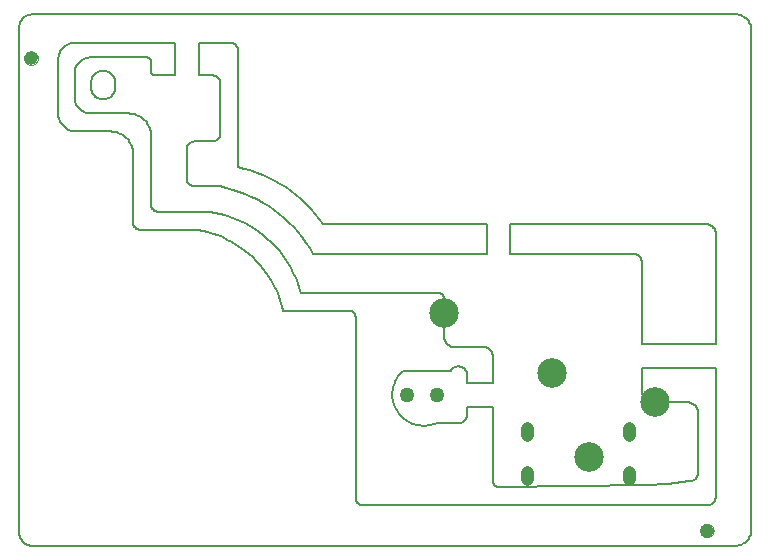
<source format=gbs>
G75*
G70*
%OFA0B0*%
%FSLAX24Y24*%
%IPPOS*%
%LPD*%
%AMOC8*
5,1,8,0,0,1.08239X$1,22.5*
%
%ADD10C,0.0050*%
%ADD11C,0.0004*%
%ADD12C,0.0433*%
%ADD13C,0.0500*%
%ADD14C,0.0984*%
%ADD15C,0.0000*%
%ADD16C,0.0454*%
D10*
X000929Y000534D02*
X024328Y000534D01*
X024327Y000533D02*
X024374Y000530D01*
X024420Y000531D01*
X024466Y000536D01*
X024512Y000544D01*
X024556Y000557D01*
X024600Y000573D01*
X024642Y000592D01*
X024682Y000615D01*
X024720Y000641D01*
X024756Y000671D01*
X024790Y000703D01*
X024821Y000737D01*
X024848Y000775D01*
X024873Y000814D01*
X024894Y000855D01*
X024912Y000898D01*
X024926Y000942D01*
X024936Y000987D01*
X024943Y001033D01*
X024943Y001034D02*
X024943Y017752D01*
X024943Y017753D02*
X024936Y017798D01*
X024926Y017844D01*
X024911Y017888D01*
X024894Y017930D01*
X024872Y017971D01*
X024848Y018011D01*
X024820Y018048D01*
X024789Y018082D01*
X024756Y018114D01*
X024720Y018143D01*
X024682Y018170D01*
X024641Y018192D01*
X024599Y018212D01*
X024556Y018228D01*
X024511Y018240D01*
X024466Y018248D01*
X024420Y018253D01*
X024374Y018254D01*
X024327Y018251D01*
X024328Y018250D02*
X000929Y018250D01*
X000930Y018250D02*
X000889Y018243D01*
X000849Y018233D01*
X000809Y018219D01*
X000772Y018201D01*
X000736Y018180D01*
X000702Y018156D01*
X000671Y018129D01*
X000642Y018099D01*
X000616Y018066D01*
X000593Y018032D01*
X000574Y017995D01*
X000558Y017956D01*
X000546Y017917D01*
X000537Y017876D01*
X000532Y017835D01*
X000531Y017793D01*
X000534Y017752D01*
X000534Y001034D01*
X000531Y000993D01*
X000532Y000951D01*
X000537Y000910D01*
X000545Y000869D01*
X000558Y000829D01*
X000574Y000791D01*
X000593Y000754D01*
X000616Y000719D01*
X000642Y000686D01*
X000670Y000656D01*
X000702Y000629D01*
X000736Y000604D01*
X000772Y000583D01*
X000809Y000565D01*
X000848Y000551D01*
X000889Y000541D01*
X000930Y000534D01*
X009337Y008375D02*
X009294Y008543D01*
X009242Y008708D01*
X009183Y008870D01*
X009115Y009030D01*
X009040Y009186D01*
X008957Y009338D01*
X008867Y009486D01*
X008770Y009629D01*
X008666Y009767D01*
X008556Y009900D01*
X008439Y010028D01*
X008316Y010150D01*
X008187Y010266D01*
X008053Y010375D01*
X007913Y010477D01*
X007769Y010573D01*
X007620Y010662D01*
X007467Y010743D01*
X007311Y010816D01*
X007151Y010882D01*
X006987Y010940D01*
X006822Y010990D01*
X006654Y011032D01*
X006484Y011066D01*
X006484Y011065D02*
X004578Y011065D01*
X004548Y011067D01*
X004518Y011072D01*
X004489Y011081D01*
X004462Y011094D01*
X004436Y011109D01*
X004412Y011128D01*
X004391Y011149D01*
X004372Y011173D01*
X004357Y011199D01*
X004344Y011226D01*
X004335Y011255D01*
X004330Y011285D01*
X004328Y011315D01*
X004328Y013595D01*
X004326Y013649D01*
X004320Y013702D01*
X004311Y013754D01*
X004298Y013806D01*
X004281Y013857D01*
X004260Y013907D01*
X004236Y013954D01*
X004209Y014000D01*
X004178Y014044D01*
X004145Y014086D01*
X004108Y014125D01*
X004069Y014162D01*
X004027Y014195D01*
X003983Y014226D01*
X003937Y014253D01*
X003890Y014277D01*
X003840Y014298D01*
X003789Y014315D01*
X003737Y014328D01*
X003685Y014337D01*
X003632Y014343D01*
X003578Y014345D01*
X002387Y014345D01*
X002341Y014350D01*
X002296Y014359D01*
X002251Y014371D01*
X002207Y014386D01*
X002165Y014405D01*
X002124Y014428D01*
X002085Y014453D01*
X002048Y014481D01*
X002014Y014512D01*
X001982Y014546D01*
X001953Y014582D01*
X001927Y014621D01*
X001903Y014661D01*
X001884Y014703D01*
X001867Y014746D01*
X001854Y014791D01*
X001844Y014836D01*
X001838Y014882D01*
X001836Y014928D01*
X001837Y014975D01*
X001837Y016756D01*
X001839Y016801D01*
X001845Y016847D01*
X001854Y016891D01*
X001867Y016935D01*
X001883Y016977D01*
X001903Y017018D01*
X001927Y017057D01*
X001953Y017094D01*
X001982Y017129D01*
X002014Y017161D01*
X002049Y017190D01*
X002086Y017216D01*
X002125Y017240D01*
X002166Y017260D01*
X002208Y017276D01*
X002252Y017289D01*
X002296Y017298D01*
X002342Y017304D01*
X002387Y017306D01*
X005733Y017306D01*
X005733Y016215D01*
X005078Y016215D01*
X005055Y016217D01*
X005032Y016222D01*
X005010Y016231D01*
X004990Y016244D01*
X004972Y016259D01*
X004957Y016277D01*
X004944Y016297D01*
X004935Y016319D01*
X004930Y016342D01*
X004928Y016365D01*
X004928Y016665D01*
X004926Y016688D01*
X004921Y016711D01*
X004912Y016733D01*
X004899Y016753D01*
X004884Y016771D01*
X004866Y016786D01*
X004846Y016799D01*
X004824Y016808D01*
X004801Y016813D01*
X004778Y016815D01*
X002928Y016815D01*
X002883Y016813D01*
X002837Y016807D01*
X002793Y016798D01*
X002749Y016785D01*
X002707Y016769D01*
X002666Y016749D01*
X002627Y016725D01*
X002590Y016699D01*
X002555Y016670D01*
X002523Y016638D01*
X002494Y016603D01*
X002468Y016566D01*
X002444Y016527D01*
X002424Y016486D01*
X002408Y016444D01*
X002395Y016400D01*
X002386Y016356D01*
X002380Y016310D01*
X002378Y016265D01*
X002378Y015495D01*
X002380Y015450D01*
X002386Y015404D01*
X002395Y015360D01*
X002408Y015316D01*
X002424Y015274D01*
X002444Y015233D01*
X002468Y015194D01*
X002494Y015157D01*
X002523Y015122D01*
X002555Y015090D01*
X002590Y015061D01*
X002627Y015035D01*
X002666Y015011D01*
X002707Y014991D01*
X002749Y014975D01*
X002793Y014962D01*
X002837Y014953D01*
X002883Y014947D01*
X002928Y014945D01*
X004178Y014945D01*
X004232Y014943D01*
X004285Y014937D01*
X004337Y014928D01*
X004389Y014915D01*
X004440Y014898D01*
X004490Y014877D01*
X004537Y014853D01*
X004583Y014826D01*
X004627Y014795D01*
X004669Y014762D01*
X004708Y014725D01*
X004745Y014686D01*
X004778Y014644D01*
X004809Y014600D01*
X004836Y014554D01*
X004860Y014507D01*
X004881Y014457D01*
X004898Y014406D01*
X004911Y014354D01*
X004920Y014302D01*
X004926Y014249D01*
X004928Y014195D01*
X004928Y011915D01*
X004930Y011885D01*
X004935Y011855D01*
X004944Y011826D01*
X004957Y011799D01*
X004972Y011773D01*
X004991Y011749D01*
X005012Y011728D01*
X005036Y011709D01*
X005062Y011694D01*
X005089Y011681D01*
X005118Y011672D01*
X005148Y011667D01*
X005178Y011665D01*
X006878Y011665D01*
X007228Y012515D02*
X006378Y012515D01*
X006348Y012517D01*
X006318Y012522D01*
X006289Y012531D01*
X006262Y012544D01*
X006236Y012559D01*
X006212Y012578D01*
X006191Y012599D01*
X006172Y012623D01*
X006157Y012649D01*
X006144Y012676D01*
X006135Y012705D01*
X006130Y012735D01*
X006128Y012765D01*
X006128Y013765D01*
X006130Y013795D01*
X006135Y013825D01*
X006144Y013854D01*
X006157Y013881D01*
X006172Y013907D01*
X006191Y013931D01*
X006212Y013952D01*
X006236Y013971D01*
X006262Y013986D01*
X006289Y013999D01*
X006318Y014008D01*
X006348Y014013D01*
X006378Y014015D01*
X006978Y014015D01*
X007008Y014017D01*
X007038Y014022D01*
X007067Y014031D01*
X007094Y014044D01*
X007120Y014059D01*
X007144Y014078D01*
X007165Y014099D01*
X007184Y014123D01*
X007199Y014149D01*
X007212Y014176D01*
X007221Y014205D01*
X007226Y014235D01*
X007228Y014265D01*
X007228Y014604D01*
X007228Y014614D02*
X007228Y015648D01*
X007228Y015628D02*
X007228Y015965D01*
X007226Y015995D01*
X007221Y016025D01*
X007212Y016054D01*
X007199Y016081D01*
X007184Y016107D01*
X007165Y016131D01*
X007144Y016152D01*
X007120Y016171D01*
X007094Y016186D01*
X007067Y016199D01*
X007038Y016208D01*
X007008Y016213D01*
X006978Y016215D01*
X006521Y016215D01*
X006521Y017306D01*
X007568Y017306D01*
X007569Y017306D02*
X007599Y017304D01*
X007628Y017299D01*
X007657Y017291D01*
X007684Y017279D01*
X007710Y017263D01*
X007734Y017245D01*
X007755Y017224D01*
X007774Y017201D01*
X007790Y017175D01*
X007802Y017148D01*
X007811Y017119D01*
X007817Y017090D01*
X007819Y017060D01*
X007818Y017060D02*
X007818Y013156D01*
X010657Y011256D02*
X016120Y011256D01*
X016120Y010259D01*
X010328Y010259D01*
X009928Y008965D02*
X014478Y008965D01*
X014506Y008964D01*
X014533Y008960D01*
X014560Y008953D01*
X014585Y008942D01*
X014609Y008928D01*
X014630Y008911D01*
X014650Y008891D01*
X014666Y008869D01*
X014680Y008845D01*
X014690Y008819D01*
X014697Y008792D01*
X014700Y008765D01*
X014699Y008765D02*
X014699Y007521D01*
X014698Y007485D01*
X014701Y007450D01*
X014708Y007415D01*
X014718Y007381D01*
X014732Y007348D01*
X014749Y007316D01*
X014770Y007287D01*
X014793Y007260D01*
X014819Y007236D01*
X014847Y007214D01*
X014878Y007195D01*
X014910Y007180D01*
X014944Y007169D01*
X014979Y007160D01*
X015014Y007156D01*
X016009Y007156D01*
X016010Y007156D02*
X016042Y007155D01*
X016074Y007152D01*
X016106Y007144D01*
X016137Y007133D01*
X016166Y007119D01*
X016193Y007101D01*
X016219Y007081D01*
X016242Y007058D01*
X016262Y007032D01*
X016279Y007005D01*
X016293Y006975D01*
X016303Y006944D01*
X016310Y006913D01*
X016314Y006880D01*
X016314Y006881D02*
X016314Y005956D01*
X015468Y005956D01*
X015468Y006220D01*
X015466Y006253D01*
X015460Y006286D01*
X015450Y006318D01*
X015437Y006349D01*
X015421Y006378D01*
X015401Y006406D01*
X015378Y006430D01*
X015353Y006452D01*
X015325Y006471D01*
X015296Y006487D01*
X015264Y006499D01*
X015232Y006508D01*
X015199Y006513D01*
X015165Y006514D01*
X015132Y006511D01*
X015099Y006505D01*
X015067Y006495D01*
X015036Y006481D01*
X015007Y006464D01*
X014980Y006444D01*
X014956Y006421D01*
X014935Y006395D01*
X014916Y006367D01*
X014917Y006367D02*
X013342Y006367D01*
X013341Y006367D02*
X013294Y006325D01*
X013249Y006280D01*
X013208Y006232D01*
X013169Y006182D01*
X013133Y006129D01*
X013101Y006075D01*
X013072Y006018D01*
X013046Y005960D01*
X013024Y005901D01*
X013006Y005840D01*
X012991Y005778D01*
X012981Y005715D01*
X012974Y005652D01*
X012971Y005589D01*
X012972Y005525D01*
X012977Y005462D01*
X012986Y005399D01*
X012998Y005337D01*
X013015Y005276D01*
X013035Y005216D01*
X013058Y005157D01*
X013086Y005099D01*
X013116Y005044D01*
X013150Y004990D01*
X013188Y004939D01*
X013228Y004890D01*
X013271Y004844D01*
X013317Y004800D01*
X013366Y004759D01*
X013417Y004721D01*
X013470Y004687D01*
X013526Y004656D01*
X013583Y004628D01*
X013641Y004604D01*
X013701Y004583D01*
X013763Y004566D01*
X013825Y004553D01*
X013887Y004544D01*
X013951Y004539D01*
X014014Y004537D01*
X014078Y004539D01*
X014141Y004546D01*
X014203Y004556D01*
X014265Y004570D01*
X014326Y004587D01*
X014386Y004609D01*
X014444Y004634D01*
X015153Y004634D01*
X015186Y004633D01*
X015218Y004636D01*
X015250Y004642D01*
X015281Y004652D01*
X015311Y004665D01*
X015339Y004682D01*
X015365Y004701D01*
X015389Y004724D01*
X015410Y004749D01*
X015428Y004776D01*
X015443Y004805D01*
X015455Y004835D01*
X015463Y004867D01*
X015468Y004899D01*
X015468Y005167D01*
X016314Y005167D01*
X016314Y002729D01*
X016316Y002699D01*
X016321Y002669D01*
X016330Y002640D01*
X016343Y002613D01*
X016358Y002587D01*
X016377Y002563D01*
X016398Y002542D01*
X016422Y002523D01*
X016448Y002508D01*
X016475Y002495D01*
X016504Y002486D01*
X016534Y002481D01*
X016564Y002479D01*
X021424Y002565D01*
X022873Y002683D02*
X022906Y002685D01*
X022938Y002690D01*
X022970Y002699D01*
X023001Y002712D01*
X023029Y002728D01*
X023056Y002747D01*
X023081Y002769D01*
X023103Y002794D01*
X023122Y002821D01*
X023138Y002849D01*
X023151Y002880D01*
X023160Y002912D01*
X023165Y002944D01*
X023167Y002977D01*
X023167Y004915D01*
X023167Y004916D02*
X023168Y004952D01*
X023166Y004988D01*
X023160Y005024D01*
X023150Y005059D01*
X023137Y005094D01*
X023121Y005126D01*
X023102Y005157D01*
X023080Y005186D01*
X023055Y005213D01*
X023028Y005237D01*
X022998Y005258D01*
X022967Y005276D01*
X022933Y005291D01*
X022899Y005303D01*
X022863Y005311D01*
X022827Y005316D01*
X022828Y005315D02*
X021728Y005315D01*
X021689Y005314D01*
X021649Y005317D01*
X021611Y005324D01*
X021573Y005334D01*
X021536Y005348D01*
X021500Y005365D01*
X021467Y005386D01*
X021435Y005409D01*
X021406Y005435D01*
X021379Y005464D01*
X021355Y005495D01*
X021333Y005528D01*
X021315Y005563D01*
X021301Y005600D01*
X021290Y005637D01*
X021282Y005676D01*
X021278Y005715D01*
X021278Y006464D01*
X023758Y006464D01*
X023758Y002186D01*
X023756Y002153D01*
X023751Y002120D01*
X023742Y002088D01*
X023730Y002058D01*
X023714Y002028D01*
X023695Y002001D01*
X023673Y001976D01*
X023648Y001954D01*
X023621Y001935D01*
X023592Y001918D01*
X023562Y001905D01*
X023530Y001896D01*
X023497Y001890D01*
X023464Y001888D01*
X011983Y001888D01*
X011984Y001888D02*
X011954Y001891D01*
X011925Y001897D01*
X011897Y001907D01*
X011871Y001920D01*
X011846Y001936D01*
X011823Y001955D01*
X011803Y001977D01*
X011786Y002001D01*
X011771Y002027D01*
X011760Y002054D01*
X011752Y002083D01*
X011748Y002112D01*
X011747Y002141D01*
X011747Y002142D02*
X011747Y008175D01*
X011744Y008202D01*
X011737Y008229D01*
X011727Y008255D01*
X011713Y008279D01*
X011697Y008301D01*
X011677Y008321D01*
X011656Y008338D01*
X011632Y008352D01*
X011607Y008363D01*
X011580Y008370D01*
X011553Y008374D01*
X011525Y008375D01*
X009337Y008375D01*
X010657Y011256D02*
X010530Y011434D01*
X010394Y011605D01*
X010250Y011770D01*
X010099Y011928D01*
X009940Y012078D01*
X009774Y012221D01*
X009601Y012356D01*
X009422Y012482D01*
X009238Y012599D01*
X009047Y012707D01*
X008852Y012806D01*
X008653Y012896D01*
X008449Y012976D01*
X008242Y013046D01*
X008031Y013106D01*
X007818Y013156D01*
X003728Y015815D02*
X003728Y015965D01*
X003726Y016004D01*
X003720Y016043D01*
X003711Y016081D01*
X003698Y016118D01*
X003681Y016154D01*
X003661Y016187D01*
X003637Y016219D01*
X003611Y016248D01*
X003582Y016274D01*
X003550Y016298D01*
X003517Y016318D01*
X003481Y016335D01*
X003444Y016348D01*
X003406Y016357D01*
X003367Y016363D01*
X003328Y016365D01*
X003289Y016363D01*
X003250Y016357D01*
X003212Y016348D01*
X003175Y016335D01*
X003139Y016318D01*
X003106Y016298D01*
X003074Y016274D01*
X003045Y016248D01*
X003019Y016219D01*
X002995Y016187D01*
X002975Y016154D01*
X002958Y016118D01*
X002945Y016081D01*
X002936Y016043D01*
X002930Y016004D01*
X002928Y015965D01*
X002928Y015815D01*
X002930Y015776D01*
X002936Y015737D01*
X002945Y015699D01*
X002958Y015662D01*
X002975Y015626D01*
X002995Y015593D01*
X003019Y015561D01*
X003045Y015532D01*
X003074Y015506D01*
X003106Y015482D01*
X003139Y015462D01*
X003175Y015445D01*
X003212Y015432D01*
X003250Y015423D01*
X003289Y015417D01*
X003328Y015415D01*
X003367Y015417D01*
X003406Y015423D01*
X003444Y015432D01*
X003481Y015445D01*
X003517Y015462D01*
X003550Y015482D01*
X003582Y015506D01*
X003611Y015532D01*
X003637Y015561D01*
X003661Y015593D01*
X003681Y015626D01*
X003698Y015662D01*
X003711Y015699D01*
X003720Y015737D01*
X003726Y015776D01*
X003728Y015815D01*
X007228Y012515D02*
X007443Y012468D01*
X007655Y012410D01*
X007864Y012342D01*
X008070Y012264D01*
X008271Y012176D01*
X008469Y012079D01*
X008661Y011972D01*
X008847Y011856D01*
X009028Y011730D01*
X009203Y011597D01*
X009371Y011455D01*
X009532Y011305D01*
X009685Y011147D01*
X009831Y010983D01*
X009968Y010811D01*
X010097Y010633D01*
X010217Y010449D01*
X010328Y010259D01*
X009928Y008965D02*
X009877Y009137D01*
X009818Y009307D01*
X009751Y009474D01*
X009675Y009637D01*
X009592Y009797D01*
X009501Y009952D01*
X009403Y010102D01*
X009298Y010248D01*
X009185Y010388D01*
X009066Y010523D01*
X008941Y010652D01*
X008809Y010774D01*
X008671Y010890D01*
X008528Y010999D01*
X008380Y011101D01*
X008227Y011195D01*
X008070Y011282D01*
X007909Y011362D01*
X007744Y011433D01*
X007576Y011496D01*
X007404Y011551D01*
X007231Y011598D01*
X007055Y011636D01*
X006878Y011665D01*
X016908Y011256D02*
X016908Y010259D01*
X021028Y010259D01*
X021058Y010258D01*
X021087Y010253D01*
X021116Y010244D01*
X021143Y010232D01*
X021169Y010217D01*
X021192Y010199D01*
X021214Y010178D01*
X021232Y010155D01*
X021248Y010130D01*
X021261Y010103D01*
X021270Y010074D01*
X021276Y010045D01*
X021278Y010015D01*
X021278Y007252D01*
X023758Y007252D01*
X023758Y010915D01*
X023757Y010916D02*
X023756Y010951D01*
X023751Y010985D01*
X023742Y011019D01*
X023730Y011052D01*
X023715Y011084D01*
X023696Y011114D01*
X023674Y011141D01*
X023650Y011166D01*
X023623Y011189D01*
X023594Y011208D01*
X023563Y011225D01*
X023531Y011238D01*
X023497Y011248D01*
X023462Y011254D01*
X023427Y011256D01*
X023428Y011256D02*
X016908Y011256D01*
X021424Y002565D02*
X022150Y002608D01*
X022873Y002683D01*
D11*
X020956Y002742D02*
X020956Y002986D01*
X020955Y002986D02*
X020953Y003006D01*
X020948Y003025D01*
X020939Y003043D01*
X020927Y003059D01*
X020912Y003072D01*
X020895Y003083D01*
X020877Y003090D01*
X020857Y003094D01*
X020837Y003094D01*
X020817Y003090D01*
X020799Y003083D01*
X020782Y003072D01*
X020767Y003059D01*
X020755Y003043D01*
X020746Y003025D01*
X020741Y003006D01*
X020739Y002986D01*
X020739Y002742D01*
X020741Y002722D01*
X020746Y002703D01*
X020755Y002685D01*
X020767Y002669D01*
X020782Y002656D01*
X020799Y002645D01*
X020817Y002638D01*
X020837Y002634D01*
X020857Y002634D01*
X020877Y002638D01*
X020895Y002645D01*
X020912Y002656D01*
X020927Y002669D01*
X020939Y002685D01*
X020948Y002703D01*
X020953Y002722D01*
X020955Y002742D01*
X020956Y004238D02*
X020956Y004483D01*
X020955Y004483D02*
X020953Y004503D01*
X020948Y004522D01*
X020939Y004540D01*
X020927Y004556D01*
X020912Y004569D01*
X020895Y004580D01*
X020877Y004587D01*
X020857Y004591D01*
X020837Y004591D01*
X020817Y004587D01*
X020799Y004580D01*
X020782Y004569D01*
X020767Y004556D01*
X020755Y004540D01*
X020746Y004522D01*
X020741Y004503D01*
X020739Y004483D01*
X020739Y004238D01*
X020741Y004218D01*
X020746Y004199D01*
X020755Y004181D01*
X020767Y004165D01*
X020782Y004152D01*
X020799Y004141D01*
X020817Y004134D01*
X020837Y004130D01*
X020857Y004130D01*
X020877Y004134D01*
X020895Y004141D01*
X020912Y004152D01*
X020927Y004165D01*
X020939Y004181D01*
X020948Y004199D01*
X020953Y004218D01*
X020955Y004238D01*
X017554Y004238D02*
X017554Y004483D01*
X017552Y004503D01*
X017547Y004522D01*
X017538Y004540D01*
X017526Y004556D01*
X017511Y004569D01*
X017494Y004580D01*
X017476Y004587D01*
X017456Y004591D01*
X017436Y004591D01*
X017416Y004587D01*
X017398Y004580D01*
X017381Y004569D01*
X017366Y004556D01*
X017354Y004540D01*
X017345Y004522D01*
X017340Y004503D01*
X017338Y004483D01*
X017338Y004238D01*
X017340Y004218D01*
X017345Y004199D01*
X017354Y004181D01*
X017366Y004165D01*
X017381Y004152D01*
X017398Y004141D01*
X017416Y004134D01*
X017436Y004130D01*
X017456Y004130D01*
X017476Y004134D01*
X017494Y004141D01*
X017511Y004152D01*
X017526Y004165D01*
X017538Y004181D01*
X017547Y004199D01*
X017552Y004218D01*
X017554Y004238D01*
X017554Y002986D02*
X017554Y002742D01*
X017552Y002722D01*
X017547Y002703D01*
X017538Y002685D01*
X017526Y002669D01*
X017511Y002656D01*
X017494Y002645D01*
X017476Y002638D01*
X017456Y002634D01*
X017436Y002634D01*
X017416Y002638D01*
X017398Y002645D01*
X017381Y002656D01*
X017366Y002669D01*
X017354Y002685D01*
X017345Y002703D01*
X017340Y002722D01*
X017338Y002742D01*
X017338Y002986D01*
X017340Y003006D01*
X017345Y003025D01*
X017354Y003043D01*
X017366Y003059D01*
X017381Y003072D01*
X017398Y003083D01*
X017416Y003090D01*
X017436Y003094D01*
X017456Y003094D01*
X017476Y003090D01*
X017494Y003083D01*
X017511Y003072D01*
X017526Y003059D01*
X017538Y003043D01*
X017547Y003025D01*
X017552Y003006D01*
X017554Y002986D01*
D12*
X017446Y002744D02*
X017446Y002744D01*
X017446Y002980D01*
X017446Y002980D01*
X017446Y002744D01*
X017446Y004241D02*
X017446Y004241D01*
X017446Y004477D01*
X017446Y004477D01*
X017446Y004241D01*
X020847Y004241D02*
X020847Y004241D01*
X020847Y004477D01*
X020847Y004477D01*
X020847Y004241D01*
X020847Y002744D02*
X020847Y002744D01*
X020847Y002980D01*
X020847Y002980D01*
X020847Y002744D01*
D13*
X014468Y005547D03*
X013468Y005547D03*
D14*
X014710Y008279D03*
X018308Y006278D03*
X021725Y005319D03*
X019538Y003495D03*
D15*
X023229Y001042D02*
X023231Y001072D01*
X023237Y001101D01*
X023246Y001129D01*
X023259Y001155D01*
X023276Y001180D01*
X023295Y001203D01*
X023318Y001222D01*
X023342Y001239D01*
X023369Y001252D01*
X023397Y001261D01*
X023426Y001267D01*
X023456Y001269D01*
X023486Y001267D01*
X023515Y001261D01*
X023543Y001252D01*
X023569Y001239D01*
X023594Y001222D01*
X023617Y001203D01*
X023636Y001180D01*
X023653Y001156D01*
X023666Y001129D01*
X023675Y001101D01*
X023681Y001072D01*
X023683Y001042D01*
X023681Y001012D01*
X023675Y000983D01*
X023666Y000955D01*
X023653Y000929D01*
X023636Y000904D01*
X023617Y000881D01*
X023594Y000862D01*
X023570Y000845D01*
X023543Y000832D01*
X023515Y000823D01*
X023486Y000817D01*
X023456Y000815D01*
X023426Y000817D01*
X023397Y000823D01*
X023369Y000832D01*
X023343Y000845D01*
X023318Y000862D01*
X023295Y000881D01*
X023276Y000904D01*
X023259Y000928D01*
X023246Y000955D01*
X023237Y000983D01*
X023231Y001012D01*
X023229Y001042D01*
X000700Y016790D02*
X000702Y016820D01*
X000708Y016849D01*
X000717Y016877D01*
X000730Y016903D01*
X000747Y016928D01*
X000766Y016951D01*
X000789Y016970D01*
X000813Y016987D01*
X000840Y017000D01*
X000868Y017009D01*
X000897Y017015D01*
X000927Y017017D01*
X000957Y017015D01*
X000986Y017009D01*
X001014Y017000D01*
X001040Y016987D01*
X001065Y016970D01*
X001088Y016951D01*
X001107Y016928D01*
X001124Y016904D01*
X001137Y016877D01*
X001146Y016849D01*
X001152Y016820D01*
X001154Y016790D01*
X001152Y016760D01*
X001146Y016731D01*
X001137Y016703D01*
X001124Y016677D01*
X001107Y016652D01*
X001088Y016629D01*
X001065Y016610D01*
X001041Y016593D01*
X001014Y016580D01*
X000986Y016571D01*
X000957Y016565D01*
X000927Y016563D01*
X000897Y016565D01*
X000868Y016571D01*
X000840Y016580D01*
X000814Y016593D01*
X000789Y016610D01*
X000766Y016629D01*
X000747Y016652D01*
X000730Y016676D01*
X000717Y016703D01*
X000708Y016731D01*
X000702Y016760D01*
X000700Y016790D01*
D16*
X000927Y016790D03*
X023456Y001042D03*
M02*

</source>
